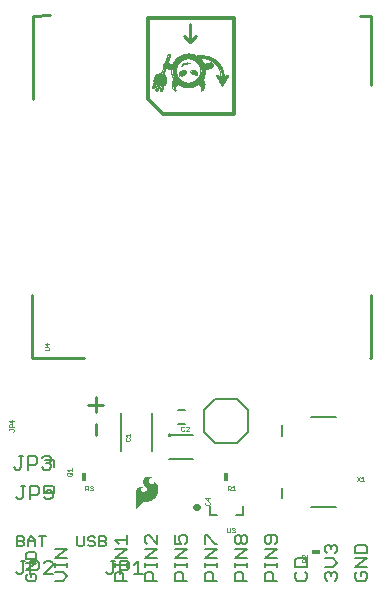
<source format=gbr>
G04 EAGLE Gerber RS-274X export*
G75*
%MOMM*%
%FSLAX34Y34*%
%LPD*%
%INSilkscreen Top*%
%IPPOS*%
%AMOC8*
5,1,8,0,0,1.08239X$1,22.5*%
G01*
%ADD10C,0.152400*%
%ADD11C,0.203200*%
%ADD12C,0.254000*%
%ADD13R,0.180594X0.029969*%
%ADD14R,0.301244X0.030225*%
%ADD15R,0.030225X0.030225*%
%ADD16R,0.090425X0.030225*%
%ADD17R,0.090169X0.030225*%
%ADD18R,0.060200X0.030225*%
%ADD19R,0.632463X0.029969*%
%ADD20R,0.030225X0.029969*%
%ADD21R,0.060194X0.029969*%
%ADD22R,0.029969X0.029969*%
%ADD23R,0.060200X0.029969*%
%ADD24R,0.873506X0.030225*%
%ADD25R,0.060194X0.030225*%
%ADD26R,0.029969X0.030225*%
%ADD27R,1.054100X0.030225*%
%ADD28R,0.150619X0.030225*%
%ADD29R,1.174750X0.029969*%
%ADD30R,0.180844X0.029969*%
%ADD31R,0.722881X0.029969*%
%ADD32R,2.048000X0.030225*%
%ADD33R,0.180844X0.030225*%
%ADD34R,0.090419X0.030225*%
%ADD35R,2.289044X0.029969*%
%ADD36R,0.210819X0.029969*%
%ADD37R,2.439669X0.030225*%
%ADD38R,0.210819X0.030225*%
%ADD39R,2.590288X0.030225*%
%ADD40R,2.710688X0.029969*%
%ADD41R,0.029975X0.029969*%
%ADD42R,2.831081X0.030225*%
%ADD43R,2.921506X0.029969*%
%ADD44R,0.180850X0.029969*%
%ADD45R,3.011931X0.030225*%
%ADD46R,0.632456X0.029969*%
%ADD47R,0.843281X0.029969*%
%ADD48R,0.843275X0.029969*%
%ADD49R,0.120650X0.029969*%
%ADD50R,0.271019X0.029969*%
%ADD51R,0.331213X0.029969*%
%ADD52R,0.572263X0.030225*%
%ADD53R,0.722881X0.030225*%
%ADD54R,0.180594X0.030225*%
%ADD55R,0.542031X0.030225*%
%ADD56R,0.662681X0.030225*%
%ADD57R,0.662431X0.030225*%
%ADD58R,0.060450X0.030225*%
%ADD59R,0.482088X0.029969*%
%ADD60R,0.451606X0.030225*%
%ADD61R,0.602488X0.030225*%
%ADD62R,0.602231X0.030225*%
%ADD63R,0.451613X0.029969*%
%ADD64R,0.572263X0.029969*%
%ADD65R,0.421637X0.030225*%
%ADD66R,0.542038X0.030225*%
%ADD67R,0.391663X0.029969*%
%ADD68R,0.542288X0.029969*%
%ADD69R,0.512062X0.029969*%
%ADD70R,0.361444X0.030225*%
%ADD71R,0.511806X0.030225*%
%ADD72R,0.512062X0.030225*%
%ADD73R,0.481838X0.030225*%
%ADD74R,0.361444X0.029969*%
%ADD75R,0.481838X0.029969*%
%ADD76R,0.331469X0.030225*%
%ADD77R,0.482094X0.030225*%
%ADD78R,0.120394X0.030225*%
%ADD79R,0.150619X0.029969*%
%ADD80R,0.451863X0.029969*%
%ADD81R,0.331219X0.030225*%
%ADD82R,0.271012X0.030225*%
%ADD83R,0.391669X0.030225*%
%ADD84R,0.451863X0.030225*%
%ADD85R,0.300988X0.030225*%
%ADD86R,0.331469X0.029975*%
%ADD87R,0.391412X0.029975*%
%ADD88R,0.451613X0.029975*%
%ADD89R,0.271019X0.029975*%
%ADD90R,0.451863X0.029975*%
%ADD91R,0.391669X0.029975*%
%ADD92R,0.030225X0.029975*%
%ADD93R,0.029969X0.029975*%
%ADD94R,0.060450X0.029975*%
%ADD95R,0.210819X0.029975*%
%ADD96R,0.060200X0.029975*%
%ADD97R,0.029975X0.029975*%
%ADD98R,0.451613X0.030225*%
%ADD99R,0.511813X0.030225*%
%ADD100R,0.632456X0.030225*%
%ADD101R,0.029975X0.030225*%
%ADD102R,0.301244X0.029969*%
%ADD103R,1.174494X0.029969*%
%ADD104R,0.120394X0.029969*%
%ADD105R,1.144525X0.030225*%
%ADD106R,1.204719X0.030225*%
%ADD107R,0.271012X0.029969*%
%ADD108R,1.144525X0.029969*%
%ADD109R,1.204719X0.029969*%
%ADD110R,1.114294X0.030225*%
%ADD111R,1.174494X0.030225*%
%ADD112R,1.144269X0.030225*%
%ADD113R,1.084325X0.029969*%
%ADD114R,1.114300X0.029969*%
%ADD115R,0.271019X0.030225*%
%ADD116R,1.024125X0.030225*%
%ADD117R,1.084325X0.030225*%
%ADD118R,0.993900X0.029969*%
%ADD119R,0.271269X0.030225*%
%ADD120R,0.963925X0.030225*%
%ADD121R,1.084069X0.030225*%
%ADD122R,0.241044X0.029969*%
%ADD123R,1.084069X0.029969*%
%ADD124R,0.752856X0.030225*%
%ADD125R,0.813050X0.030225*%
%ADD126R,0.240788X0.030225*%
%ADD127R,0.662687X0.030225*%
%ADD128R,0.241044X0.030225*%
%ADD129R,0.421637X0.029969*%
%ADD130R,0.090425X0.029969*%
%ADD131R,0.240794X0.030225*%
%ADD132R,0.361187X0.030225*%
%ADD133R,0.391663X0.030225*%
%ADD134R,0.240794X0.029969*%
%ADD135R,0.391412X0.029969*%
%ADD136R,0.090169X0.029969*%
%ADD137R,0.060450X0.029969*%
%ADD138R,0.391412X0.030225*%
%ADD139R,0.361187X0.029969*%
%ADD140R,0.180850X0.030225*%
%ADD141R,0.240788X0.029969*%
%ADD142R,0.542038X0.029969*%
%ADD143R,0.542288X0.030225*%
%ADD144R,0.482088X0.030225*%
%ADD145R,0.391669X0.029969*%
%ADD146R,0.572256X0.029969*%
%ADD147R,0.331213X0.030225*%
%ADD148R,0.783081X0.029969*%
%ADD149R,0.843275X0.030225*%
%ADD150R,0.211075X0.030225*%
%ADD151R,0.903475X0.029969*%
%ADD152R,0.903475X0.030225*%
%ADD153R,0.933700X0.029969*%
%ADD154R,0.813306X0.030225*%
%ADD155R,0.963931X0.030225*%
%ADD156R,0.783081X0.030225*%
%ADD157R,0.993900X0.030225*%
%ADD158R,0.752856X0.029969*%
%ADD159R,1.023875X0.029969*%
%ADD160R,1.023875X0.030225*%
%ADD161R,0.662687X0.029969*%
%ADD162R,0.602488X0.029969*%
%ADD163R,0.542031X0.029969*%
%ADD164R,1.054100X0.029969*%
%ADD165R,0.572256X0.030225*%
%ADD166R,0.632713X0.030225*%
%ADD167R,0.692656X0.029969*%
%ADD168R,0.722625X0.029969*%
%ADD169R,0.903731X0.030225*%
%ADD170R,1.114550X0.030225*%
%ADD171R,1.264919X0.030225*%
%ADD172R,1.295144X0.030225*%
%ADD173R,0.271269X0.029969*%
%ADD174R,0.602231X0.029969*%
%ADD175R,2.740913X0.030225*%
%ADD176R,2.770888X0.029969*%
%ADD177R,0.361438X0.029969*%
%ADD178R,1.656588X0.030225*%
%ADD179R,0.451869X0.030225*%
%ADD180R,1.596388X0.030225*%
%ADD181R,1.475994X0.029969*%
%ADD182R,1.415538X0.030225*%
%ADD183R,0.361438X0.030225*%
%ADD184R,1.295144X0.029969*%
%ADD185R,0.331469X0.029969*%
%ADD186R,0.211069X0.030225*%
%ADD187R,0.300988X0.029969*%
%ADD188R,0.090169X0.029975*%
%ADD189R,0.090425X0.029975*%
%ADD190R,0.180594X0.029975*%
%ADD191C,0.304800*%
%ADD192R,0.457200X0.762000*%
%ADD193C,0.025400*%
%ADD194C,0.558800*%
%ADD195C,0.127000*%
%ADD196R,0.762000X0.457200*%

G36*
X109230Y86261D02*
X109230Y86261D01*
X109234Y86259D01*
X109304Y86295D01*
X109314Y86300D01*
X109315Y86301D01*
X114187Y91783D01*
X115041Y92565D01*
X116031Y93154D01*
X116382Y93281D01*
X116750Y93346D01*
X119025Y93346D01*
X119030Y93348D01*
X119036Y93346D01*
X120400Y93470D01*
X120410Y93476D01*
X120422Y93474D01*
X121741Y93842D01*
X121749Y93850D01*
X121762Y93851D01*
X122992Y94451D01*
X122999Y94458D01*
X123010Y94461D01*
X124167Y95278D01*
X124172Y95286D01*
X124181Y95289D01*
X125212Y96261D01*
X125215Y96269D01*
X125221Y96271D01*
X125222Y96273D01*
X125224Y96274D01*
X126109Y97381D01*
X126111Y97391D01*
X126120Y97398D01*
X127067Y99079D01*
X127068Y99090D01*
X127076Y99100D01*
X127704Y100924D01*
X127703Y100935D01*
X127710Y100946D01*
X127998Y102853D01*
X127995Y102864D01*
X128000Y102876D01*
X127998Y102928D01*
X127990Y103180D01*
X127986Y103306D01*
X127986Y103307D01*
X127978Y103559D01*
X127970Y103812D01*
X127966Y103938D01*
X127958Y104190D01*
X127947Y104569D01*
X127939Y104804D01*
X127935Y104813D01*
X127937Y104825D01*
X127730Y105864D01*
X127725Y105872D01*
X127725Y105883D01*
X127367Y106880D01*
X127361Y106887D01*
X127360Y106898D01*
X126858Y107832D01*
X126849Y107839D01*
X126846Y107851D01*
X125939Y108988D01*
X125928Y108994D01*
X125921Y109007D01*
X124795Y109928D01*
X124752Y109940D01*
X124711Y109956D01*
X124706Y109954D01*
X124700Y109955D01*
X124662Y109934D01*
X124622Y109915D01*
X124619Y109909D01*
X124615Y109907D01*
X124607Y109878D01*
X124589Y109830D01*
X124589Y108950D01*
X124573Y108830D01*
X124529Y108727D01*
X124255Y108387D01*
X123894Y108139D01*
X123720Y108074D01*
X123182Y108016D01*
X122652Y108114D01*
X122164Y108363D01*
X121262Y109014D01*
X120850Y109368D01*
X120499Y109778D01*
X120216Y110236D01*
X120010Y110730D01*
X119951Y111030D01*
X119963Y111333D01*
X120120Y111852D01*
X120406Y112312D01*
X120801Y112682D01*
X121282Y112937D01*
X121772Y113076D01*
X122283Y113133D01*
X122886Y113133D01*
X122887Y113133D01*
X122909Y113142D01*
X122977Y113171D01*
X123012Y113263D01*
X123008Y113272D01*
X122974Y113348D01*
X122972Y113351D01*
X122971Y113352D01*
X122970Y113353D01*
X122949Y113373D01*
X122942Y113376D01*
X122938Y113384D01*
X122503Y113722D01*
X122488Y113726D01*
X122476Y113738D01*
X121972Y113959D01*
X121971Y113959D01*
X121615Y114111D01*
X121387Y114212D01*
X121377Y114213D01*
X121367Y114219D01*
X120489Y114439D01*
X120480Y114438D01*
X120470Y114442D01*
X119570Y114528D01*
X119560Y114524D01*
X119548Y114528D01*
X118680Y114462D01*
X118669Y114456D01*
X118656Y114457D01*
X117816Y114226D01*
X117806Y114218D01*
X117793Y114217D01*
X117013Y113829D01*
X117006Y113821D01*
X116995Y113818D01*
X116218Y113258D01*
X116214Y113251D01*
X116205Y113247D01*
X115509Y112589D01*
X115504Y112578D01*
X115493Y112570D01*
X115062Y111967D01*
X115059Y111952D01*
X115047Y111939D01*
X114780Y111247D01*
X114780Y111231D01*
X114772Y111216D01*
X114685Y110479D01*
X114690Y110464D01*
X114686Y110447D01*
X114785Y109712D01*
X114793Y109699D01*
X114793Y109682D01*
X115073Y108994D01*
X115082Y108985D01*
X115085Y108971D01*
X116272Y107213D01*
X116280Y107208D01*
X116284Y107197D01*
X117737Y105656D01*
X118107Y105221D01*
X118347Y104718D01*
X118449Y104170D01*
X118406Y103614D01*
X118220Y103089D01*
X117905Y102629D01*
X117480Y102264D01*
X116937Y101971D01*
X116351Y101773D01*
X115741Y101676D01*
X115030Y101711D01*
X114352Y101918D01*
X113746Y102283D01*
X113433Y102611D01*
X113227Y103015D01*
X113134Y103431D01*
X113134Y103859D01*
X113227Y104274D01*
X113299Y104412D01*
X113417Y104526D01*
X114241Y105125D01*
X114374Y105196D01*
X114512Y105224D01*
X114670Y105208D01*
X114713Y105222D01*
X114758Y105233D01*
X114760Y105237D01*
X114764Y105238D01*
X114784Y105279D01*
X114807Y105318D01*
X114806Y105322D01*
X114808Y105326D01*
X114793Y105369D01*
X114780Y105413D01*
X114777Y105415D01*
X114776Y105419D01*
X114738Y105438D01*
X114702Y105459D01*
X114219Y105535D01*
X114214Y105534D01*
X114209Y105536D01*
X113269Y105609D01*
X113260Y105606D01*
X113249Y105609D01*
X112309Y105536D01*
X112299Y105531D01*
X112287Y105532D01*
X111588Y105348D01*
X111578Y105340D01*
X111564Y105339D01*
X110916Y105018D01*
X110908Y105009D01*
X110894Y105005D01*
X110324Y104560D01*
X110318Y104549D01*
X110306Y104543D01*
X109836Y103993D01*
X109832Y103981D01*
X109821Y103972D01*
X109420Y103240D01*
X109419Y103227D01*
X109410Y103216D01*
X109170Y102417D01*
X109171Y102404D01*
X109165Y102391D01*
X109095Y101560D01*
X109097Y101554D01*
X109095Y101549D01*
X109095Y86385D01*
X109097Y86380D01*
X109095Y86376D01*
X109116Y86336D01*
X109133Y86294D01*
X109138Y86293D01*
X109140Y86288D01*
X109183Y86275D01*
X109225Y86259D01*
X109230Y86261D01*
G37*
D10*
X17435Y31924D02*
X15995Y30484D01*
X15995Y27603D01*
X17435Y26162D01*
X23197Y26162D01*
X24638Y27603D01*
X24638Y30484D01*
X23197Y31924D01*
X20316Y31924D01*
X20316Y29043D01*
X15995Y35517D02*
X24638Y35517D01*
X24638Y41279D02*
X15995Y35517D01*
X15995Y41279D02*
X24638Y41279D01*
X24638Y44872D02*
X15995Y44872D01*
X24638Y44872D02*
X24638Y49194D01*
X23197Y50635D01*
X17435Y50635D01*
X15995Y49194D01*
X15995Y44872D01*
D11*
X40377Y26416D02*
X47495Y26416D01*
X51054Y29975D01*
X47495Y33534D01*
X40377Y33534D01*
X51054Y38110D02*
X51054Y41669D01*
X51054Y39889D02*
X40377Y39889D01*
X40377Y38110D02*
X40377Y41669D01*
X40377Y45906D02*
X51054Y45906D01*
X51054Y53024D02*
X40377Y45906D01*
X40377Y53024D02*
X51054Y53024D01*
X91177Y26416D02*
X101854Y26416D01*
X91177Y26416D02*
X91177Y31755D01*
X92956Y33534D01*
X96515Y33534D01*
X98295Y31755D01*
X98295Y26416D01*
X101854Y38110D02*
X101854Y41669D01*
X101854Y39889D02*
X91177Y39889D01*
X91177Y38110D02*
X91177Y41669D01*
X91177Y45906D02*
X101854Y45906D01*
X101854Y53024D02*
X91177Y45906D01*
X91177Y53024D02*
X101854Y53024D01*
X94736Y57600D02*
X91177Y61159D01*
X101854Y61159D01*
X101854Y57600D02*
X101854Y64718D01*
X116577Y26416D02*
X127254Y26416D01*
X116577Y26416D02*
X116577Y31755D01*
X118356Y33534D01*
X121915Y33534D01*
X123695Y31755D01*
X123695Y26416D01*
X127254Y38110D02*
X127254Y41669D01*
X127254Y39889D02*
X116577Y39889D01*
X116577Y38110D02*
X116577Y41669D01*
X116577Y45906D02*
X127254Y45906D01*
X127254Y53024D02*
X116577Y45906D01*
X116577Y53024D02*
X127254Y53024D01*
X127254Y57600D02*
X127254Y64718D01*
X127254Y57600D02*
X120136Y64718D01*
X118356Y64718D01*
X116577Y62938D01*
X116577Y59379D01*
X118356Y57600D01*
X141977Y26416D02*
X152654Y26416D01*
X141977Y26416D02*
X141977Y31755D01*
X143756Y33534D01*
X147315Y33534D01*
X149095Y31755D01*
X149095Y26416D01*
X152654Y38110D02*
X152654Y41669D01*
X152654Y39889D02*
X141977Y39889D01*
X141977Y38110D02*
X141977Y41669D01*
X141977Y45906D02*
X152654Y45906D01*
X152654Y53024D02*
X141977Y45906D01*
X141977Y53024D02*
X152654Y53024D01*
X141977Y57600D02*
X141977Y64718D01*
X141977Y57600D02*
X147315Y57600D01*
X145536Y61159D01*
X145536Y62938D01*
X147315Y64718D01*
X150875Y64718D01*
X152654Y62938D01*
X152654Y59379D01*
X150875Y57600D01*
X167377Y26416D02*
X178054Y26416D01*
X167377Y26416D02*
X167377Y31755D01*
X169156Y33534D01*
X172715Y33534D01*
X174495Y31755D01*
X174495Y26416D01*
X178054Y38110D02*
X178054Y41669D01*
X178054Y39889D02*
X167377Y39889D01*
X167377Y38110D02*
X167377Y41669D01*
X167377Y45906D02*
X178054Y45906D01*
X178054Y53024D02*
X167377Y45906D01*
X167377Y53024D02*
X178054Y53024D01*
X167377Y57600D02*
X167377Y64718D01*
X169156Y64718D01*
X176275Y57600D01*
X178054Y57600D01*
X192777Y26416D02*
X203454Y26416D01*
X192777Y26416D02*
X192777Y31755D01*
X194556Y33534D01*
X198115Y33534D01*
X199895Y31755D01*
X199895Y26416D01*
X203454Y38110D02*
X203454Y41669D01*
X203454Y39889D02*
X192777Y39889D01*
X192777Y38110D02*
X192777Y41669D01*
X192777Y45906D02*
X203454Y45906D01*
X203454Y53024D02*
X192777Y45906D01*
X192777Y53024D02*
X203454Y53024D01*
X194556Y57600D02*
X192777Y59379D01*
X192777Y62938D01*
X194556Y64718D01*
X196336Y64718D01*
X198115Y62938D01*
X199895Y64718D01*
X201675Y64718D01*
X203454Y62938D01*
X203454Y59379D01*
X201675Y57600D01*
X199895Y57600D01*
X198115Y59379D01*
X196336Y57600D01*
X194556Y57600D01*
X198115Y59379D02*
X198115Y62938D01*
X218177Y26416D02*
X228854Y26416D01*
X218177Y26416D02*
X218177Y31755D01*
X219956Y33534D01*
X223515Y33534D01*
X225295Y31755D01*
X225295Y26416D01*
X228854Y38110D02*
X228854Y41669D01*
X228854Y39889D02*
X218177Y39889D01*
X218177Y38110D02*
X218177Y41669D01*
X218177Y45906D02*
X228854Y45906D01*
X228854Y53024D02*
X218177Y45906D01*
X218177Y53024D02*
X228854Y53024D01*
X227075Y57600D02*
X228854Y59379D01*
X228854Y62938D01*
X227075Y64718D01*
X219956Y64718D01*
X218177Y62938D01*
X218177Y59379D01*
X219956Y57600D01*
X221736Y57600D01*
X223515Y59379D01*
X223515Y64718D01*
X245356Y33534D02*
X243577Y31755D01*
X243577Y28196D01*
X245356Y26416D01*
X252475Y26416D01*
X254254Y28196D01*
X254254Y31755D01*
X252475Y33534D01*
X254254Y38110D02*
X243577Y38110D01*
X254254Y38110D02*
X254254Y43449D01*
X252475Y45228D01*
X245356Y45228D01*
X243577Y43449D01*
X243577Y38110D01*
X268977Y28196D02*
X270756Y26416D01*
X268977Y28196D02*
X268977Y31755D01*
X270756Y33534D01*
X272536Y33534D01*
X274315Y31755D01*
X274315Y29975D01*
X274315Y31755D02*
X276095Y33534D01*
X277875Y33534D01*
X279654Y31755D01*
X279654Y28196D01*
X277875Y26416D01*
X276095Y38110D02*
X268977Y38110D01*
X276095Y38110D02*
X279654Y41669D01*
X276095Y45228D01*
X268977Y45228D01*
X270756Y49804D02*
X268977Y51583D01*
X268977Y55143D01*
X270756Y56922D01*
X272536Y56922D01*
X274315Y55143D01*
X274315Y53363D01*
X274315Y55143D02*
X276095Y56922D01*
X277875Y56922D01*
X279654Y55143D01*
X279654Y51583D01*
X277875Y49804D01*
X294377Y31755D02*
X296156Y33534D01*
X294377Y31755D02*
X294377Y28196D01*
X296156Y26416D01*
X303275Y26416D01*
X305054Y28196D01*
X305054Y31755D01*
X303275Y33534D01*
X299715Y33534D01*
X299715Y29975D01*
X294377Y38110D02*
X305054Y38110D01*
X305054Y45228D02*
X294377Y38110D01*
X294377Y45228D02*
X305054Y45228D01*
X305054Y49804D02*
X294377Y49804D01*
X305054Y49804D02*
X305054Y55143D01*
X303275Y56922D01*
X296156Y56922D01*
X294377Y55143D01*
X294377Y49804D01*
D10*
X59119Y56813D02*
X59119Y64015D01*
X59119Y56813D02*
X60560Y55372D01*
X63441Y55372D01*
X64881Y56813D01*
X64881Y64015D01*
X72796Y64015D02*
X74237Y62575D01*
X72796Y64015D02*
X69915Y64015D01*
X68474Y62575D01*
X68474Y61134D01*
X69915Y59694D01*
X72796Y59694D01*
X74237Y58253D01*
X74237Y56813D01*
X72796Y55372D01*
X69915Y55372D01*
X68474Y56813D01*
X77830Y55372D02*
X77830Y64015D01*
X82151Y64015D01*
X83592Y62575D01*
X83592Y61134D01*
X82151Y59694D01*
X83592Y58253D01*
X83592Y56813D01*
X82151Y55372D01*
X77830Y55372D01*
X77830Y59694D02*
X82151Y59694D01*
X8319Y55372D02*
X8319Y64015D01*
X12641Y64015D01*
X14081Y62575D01*
X14081Y61134D01*
X12641Y59694D01*
X14081Y58253D01*
X14081Y56813D01*
X12641Y55372D01*
X8319Y55372D01*
X8319Y59694D02*
X12641Y59694D01*
X17674Y61134D02*
X17674Y55372D01*
X17674Y61134D02*
X20556Y64015D01*
X23437Y61134D01*
X23437Y55372D01*
X23437Y59694D02*
X17674Y59694D01*
X29911Y55372D02*
X29911Y64015D01*
X27030Y64015D02*
X32792Y64015D01*
D12*
X74930Y168910D02*
X74930Y181610D01*
X81280Y175260D02*
X68580Y175260D01*
X74930Y158750D02*
X74930Y149860D01*
D13*
X153920Y471924D03*
D14*
X153919Y471623D03*
D15*
X155576Y471623D03*
D16*
X156180Y471623D03*
D17*
X151962Y471623D03*
D18*
X156933Y471623D03*
X151210Y471623D03*
D19*
X154071Y471322D03*
D20*
X150758Y471322D03*
D21*
X157535Y471322D03*
D20*
X150456Y471322D03*
D22*
X157986Y471322D03*
D23*
X150004Y471322D03*
X137657Y471322D03*
D24*
X154070Y471021D03*
D17*
X137806Y471021D03*
D15*
X158589Y471021D03*
D25*
X149402Y471021D03*
D15*
X137204Y471021D03*
D26*
X158890Y471021D03*
D15*
X138408Y471021D03*
D27*
X154071Y470719D03*
D28*
X137806Y470719D03*
D26*
X159492Y470719D03*
D15*
X148650Y470719D03*
X136902Y470719D03*
X159793Y470719D03*
X148347Y470719D03*
D26*
X138709Y470719D03*
D29*
X154070Y470418D03*
D30*
X137655Y470418D03*
D22*
X160094Y470418D03*
X148046Y470418D03*
X138709Y470418D03*
D31*
X163858Y470418D03*
D20*
X147745Y470418D03*
D22*
X136601Y470418D03*
D32*
X157834Y470117D03*
D33*
X137655Y470117D03*
D34*
X168527Y470117D03*
D26*
X147445Y470117D03*
X138709Y470117D03*
X136601Y470117D03*
D18*
X169280Y470117D03*
D15*
X147144Y470117D03*
D35*
X158438Y469816D03*
D36*
X137505Y469816D03*
D21*
X170184Y469816D03*
D20*
X146841Y469816D03*
D22*
X138709Y469816D03*
D20*
X170636Y469816D03*
D22*
X146540Y469816D03*
D37*
X158589Y469515D03*
D38*
X137505Y469515D03*
D26*
X170937Y469515D03*
D15*
X171238Y469515D03*
X146239Y469515D03*
D26*
X171539Y469515D03*
X138709Y469515D03*
D15*
X136300Y469515D03*
D39*
X159040Y469213D03*
D38*
X137505Y469213D03*
D15*
X172142Y469213D03*
D26*
X145938Y469213D03*
D15*
X136300Y469213D03*
D26*
X172443Y469213D03*
D15*
X145637Y469213D03*
D40*
X159040Y468912D03*
D36*
X137203Y468912D03*
D21*
X172894Y468912D03*
D20*
X138408Y468912D03*
D41*
X145336Y468912D03*
D22*
X135999Y468912D03*
D42*
X159342Y468611D03*
D38*
X137203Y468611D03*
D26*
X173647Y468611D03*
D15*
X145035Y468611D03*
D26*
X135999Y468611D03*
D15*
X138408Y468611D03*
D43*
X159492Y468310D03*
D44*
X137053Y468310D03*
D22*
X138107Y468310D03*
D20*
X174250Y468310D03*
X144733Y468310D03*
D22*
X135999Y468310D03*
D45*
X159642Y468009D03*
D38*
X136904Y468009D03*
D15*
X174852Y468009D03*
D26*
X144432Y468009D03*
X138107Y468009D03*
D15*
X135698Y468009D03*
D46*
X171841Y467708D03*
D47*
X159642Y467708D03*
D48*
X148499Y467708D03*
D36*
X136904Y467708D03*
D22*
X175153Y467708D03*
D49*
X168076Y467708D03*
D20*
X164009Y467708D03*
D50*
X154070Y467708D03*
D20*
X144131Y467708D03*
X135698Y467708D03*
X175454Y467708D03*
D51*
X165816Y467708D03*
D22*
X138107Y467708D03*
D52*
X172744Y467407D03*
D53*
X160546Y467407D03*
X147594Y467407D03*
D54*
X136752Y467407D03*
D15*
X135698Y467407D03*
D26*
X175755Y467407D03*
D25*
X169582Y467407D03*
D15*
X164311Y467407D03*
D25*
X156630Y467407D03*
D18*
X151510Y467407D03*
D26*
X143830Y467407D03*
D15*
X137806Y467407D03*
X169130Y467407D03*
D18*
X156028Y467407D03*
D25*
X152112Y467407D03*
D55*
X173497Y467105D03*
D56*
X161149Y467105D03*
D57*
X146992Y467105D03*
D38*
X136601Y467105D03*
D15*
X170636Y467105D03*
D26*
X164612Y467105D03*
D25*
X157535Y467105D03*
D58*
X150607Y467105D03*
D15*
X143529Y467105D03*
X137806Y467105D03*
X176359Y467105D03*
D26*
X170335Y467105D03*
D15*
X157083Y467105D03*
D26*
X151059Y467105D03*
X135397Y467105D03*
D59*
X174099Y466804D03*
D46*
X161600Y466804D03*
X146540Y466804D03*
D36*
X136601Y466804D03*
D22*
X176660Y466804D03*
X171539Y466804D03*
D20*
X164913Y466804D03*
X158286Y466804D03*
X149854Y466804D03*
D22*
X143228Y466804D03*
X135397Y466804D03*
D20*
X171238Y466804D03*
D22*
X157986Y466804D03*
X150155Y466804D03*
D20*
X137806Y466804D03*
D60*
X174551Y466503D03*
D61*
X162052Y466503D03*
D62*
X146089Y466503D03*
D38*
X136302Y466503D03*
D15*
X176961Y466503D03*
X172142Y466503D03*
D26*
X158890Y466503D03*
D15*
X149252Y466503D03*
X142927Y466503D03*
D26*
X137505Y466503D03*
D15*
X171840Y466503D03*
D26*
X165214Y466503D03*
D15*
X158589Y466503D03*
D26*
X149553Y466503D03*
D63*
X175153Y466202D03*
D64*
X162503Y466202D03*
X145637Y466202D03*
D36*
X136302Y466202D03*
D20*
X172744Y466202D03*
D22*
X159492Y466202D03*
D20*
X148650Y466202D03*
X177563Y466202D03*
X165515Y466202D03*
X159191Y466202D03*
D22*
X148951Y466202D03*
D20*
X142625Y466202D03*
D22*
X137505Y466202D03*
D20*
X135096Y466202D03*
D65*
X175605Y465901D03*
D66*
X162654Y465901D03*
D52*
X145335Y465901D03*
D38*
X136302Y465901D03*
D15*
X173346Y465901D03*
X165515Y465901D03*
X159793Y465901D03*
X148347Y465901D03*
X135096Y465901D03*
X177865Y465901D03*
D26*
X142324Y465901D03*
D67*
X176058Y465600D03*
D68*
X162955Y465600D03*
D69*
X145034Y465600D03*
D36*
X135999Y465600D03*
D41*
X178166Y465600D03*
D20*
X173948Y465600D03*
D22*
X165816Y465600D03*
D20*
X147745Y465600D03*
D22*
X142324Y465600D03*
D20*
X137204Y465600D03*
D22*
X160094Y465600D03*
X148046Y465600D03*
D70*
X176508Y465299D03*
D71*
X163407Y465299D03*
D72*
X144734Y465299D03*
D38*
X135999Y465299D03*
D15*
X178467Y465299D03*
D26*
X174551Y465299D03*
D15*
X160697Y465299D03*
D26*
X147445Y465299D03*
D15*
X142023Y465299D03*
X134794Y465299D03*
X174250Y465299D03*
X166117Y465299D03*
X160395Y465299D03*
X137204Y465299D03*
D70*
X176811Y464997D03*
D73*
X163557Y464997D03*
D72*
X144432Y464997D03*
D38*
X135999Y464997D03*
D26*
X178768Y464997D03*
D15*
X174852Y464997D03*
X166117Y464997D03*
D26*
X160998Y464997D03*
D15*
X147144Y464997D03*
X134794Y464997D03*
D26*
X141722Y464997D03*
D74*
X177110Y464696D03*
D75*
X163859Y464696D03*
X144281Y464696D03*
D36*
X135697Y464696D03*
D20*
X179069Y464696D03*
X166420Y464696D03*
X161299Y464696D03*
X146841Y464696D03*
D22*
X141722Y464696D03*
D20*
X136902Y464696D03*
D22*
X175153Y464696D03*
X134493Y464696D03*
D76*
X177563Y464395D03*
D77*
X164160Y464395D03*
D73*
X143981Y464395D03*
D38*
X135697Y464395D03*
D26*
X179370Y464395D03*
X175755Y464395D03*
X161600Y464395D03*
X146540Y464395D03*
X134493Y464395D03*
D78*
X172593Y464395D03*
D15*
X153468Y464395D03*
X141421Y464395D03*
X136902Y464395D03*
D51*
X177864Y464094D03*
D79*
X172744Y464094D03*
D80*
X164311Y464094D03*
D79*
X153166Y464094D03*
D63*
X143830Y464094D03*
D36*
X135397Y464094D03*
D20*
X161901Y464094D03*
X154070Y464094D03*
X176056Y464094D03*
D22*
X173647Y464094D03*
D21*
X171690Y464094D03*
D22*
X166721Y464094D03*
D23*
X154522Y464094D03*
D21*
X152112Y464094D03*
D20*
X146239Y464094D03*
X141421Y464094D03*
D22*
X136601Y464094D03*
D21*
X134042Y464094D03*
D20*
X179671Y464094D03*
X171238Y464094D03*
X154974Y464094D03*
D23*
X151510Y464094D03*
D81*
X178166Y463793D03*
D82*
X172442Y463793D03*
D73*
X164461Y463793D03*
D83*
X153167Y463793D03*
D84*
X143529Y463793D03*
D85*
X135246Y463793D03*
D15*
X176359Y463793D03*
X173948Y463793D03*
D18*
X170786Y463793D03*
D26*
X155275Y463793D03*
X151059Y463793D03*
X145938Y463793D03*
D15*
X136902Y463793D03*
X133590Y463793D03*
X179973Y463793D03*
D26*
X170335Y463793D03*
D15*
X167022Y463793D03*
X161901Y463793D03*
X155576Y463793D03*
X150758Y463793D03*
D26*
X141120Y463793D03*
D15*
X137204Y463793D03*
D86*
X178467Y463492D03*
D87*
X172142Y463492D03*
D88*
X164612Y463492D03*
D89*
X151962Y463492D03*
D90*
X143529Y463492D03*
D91*
X135397Y463492D03*
D92*
X153468Y463492D03*
D93*
X176660Y463492D03*
D92*
X174250Y463492D03*
D94*
X169883Y463492D03*
D92*
X167022Y463492D03*
D95*
X154673Y463492D03*
D92*
X150456Y463492D03*
D93*
X141120Y463492D03*
D96*
X137657Y463492D03*
D93*
X133289Y463492D03*
X180274Y463492D03*
X169431Y463492D03*
D92*
X162203Y463492D03*
D97*
X155877Y463492D03*
D93*
X150155Y463492D03*
X145938Y463492D03*
X138107Y463492D03*
D14*
X178618Y463191D03*
D72*
X171841Y463191D03*
D84*
X164913Y463191D03*
D54*
X150908Y463191D03*
D98*
X143228Y463191D03*
D99*
X135698Y463191D03*
D26*
X180274Y463191D03*
X174551Y463191D03*
D15*
X169130Y463191D03*
D26*
X162504Y463191D03*
D25*
X152112Y463191D03*
D15*
X149854Y463191D03*
X145637Y463191D03*
D25*
X138558Y463191D03*
D15*
X176961Y463191D03*
D26*
X168829Y463191D03*
D58*
X152715Y463191D03*
D26*
X149553Y463191D03*
D15*
X140819Y463191D03*
X139010Y463191D03*
X132988Y463191D03*
D14*
X178918Y462888D03*
D100*
X171539Y462888D03*
D84*
X164913Y462888D03*
D28*
X150156Y462888D03*
D65*
X143078Y462888D03*
D62*
X136150Y462888D03*
D15*
X180575Y462888D03*
D26*
X177262Y462888D03*
D15*
X168226Y462888D03*
D26*
X167323Y462888D03*
D18*
X151210Y462888D03*
D101*
X145336Y462888D03*
D15*
X140819Y462888D03*
X139313Y462888D03*
X132988Y462888D03*
D26*
X167925Y462888D03*
X151661Y462888D03*
D15*
X149252Y462888D03*
D26*
X139614Y462888D03*
D102*
X179220Y462587D03*
D103*
X168829Y462587D03*
D104*
X149703Y462587D03*
D80*
X142927Y462587D03*
D31*
X136451Y462587D03*
D20*
X177563Y462587D03*
X150456Y462587D03*
D22*
X140216Y462587D03*
X180876Y462587D03*
D20*
X174852Y462587D03*
X162805Y462587D03*
X150758Y462587D03*
D22*
X148951Y462587D03*
D41*
X145336Y462587D03*
D20*
X140517Y462587D03*
X132686Y462587D03*
D85*
X179521Y462286D03*
D105*
X168979Y462286D03*
D17*
X149252Y462286D03*
D106*
X138861Y462286D03*
D15*
X177865Y462286D03*
X174852Y462286D03*
D26*
X163106Y462286D03*
D15*
X149854Y462286D03*
X145035Y462286D03*
X148650Y462286D03*
X132686Y462286D03*
D107*
X179671Y461985D03*
D108*
X168979Y461985D03*
D22*
X148951Y461985D03*
D109*
X138861Y461985D03*
D20*
X181177Y461985D03*
D41*
X178166Y461985D03*
D20*
X174852Y461985D03*
X149252Y461985D03*
X148650Y461985D03*
D22*
X163106Y461985D03*
D20*
X145035Y461985D03*
X132686Y461985D03*
D14*
X179822Y461684D03*
D110*
X169130Y461684D03*
D111*
X138709Y461684D03*
D15*
X163407Y461684D03*
D58*
X148499Y461684D03*
D15*
X144733Y461684D03*
D26*
X181478Y461684D03*
D15*
X174852Y461684D03*
D26*
X148951Y461684D03*
D15*
X132686Y461684D03*
D85*
X180123Y461382D03*
D110*
X169130Y461382D03*
D112*
X138861Y461382D03*
D15*
X132988Y461382D03*
X178467Y461382D03*
X163407Y461382D03*
X148347Y461382D03*
X144733Y461382D03*
D50*
X180273Y461081D03*
D113*
X168980Y461081D03*
D114*
X138711Y461081D03*
D20*
X181779Y461081D03*
D22*
X178768Y461081D03*
X174551Y461081D03*
X144432Y461081D03*
D20*
X132988Y461081D03*
D115*
X180575Y460780D03*
D116*
X168979Y460780D03*
D117*
X138861Y460780D03*
D26*
X133289Y460780D03*
D15*
X179069Y460780D03*
X174250Y460780D03*
D26*
X163708Y460780D03*
X144432Y460780D03*
D15*
X182081Y460780D03*
D50*
X180575Y460479D03*
D118*
X168827Y460479D03*
D114*
X138711Y460479D03*
D20*
X182081Y460479D03*
X173948Y460479D03*
X179069Y460479D03*
X174250Y460479D03*
D22*
X163708Y460479D03*
X144432Y460479D03*
D20*
X132988Y460479D03*
D119*
X180876Y460178D03*
D120*
X168678Y460178D03*
D121*
X138560Y460178D03*
D26*
X179370Y460178D03*
X173647Y460178D03*
D15*
X144131Y460178D03*
X132988Y460178D03*
D26*
X182382Y460178D03*
D122*
X181027Y459877D03*
D47*
X168377Y459877D03*
D123*
X138560Y459877D03*
D22*
X182382Y459877D03*
D20*
X179671Y459877D03*
X172744Y459877D03*
X164009Y459877D03*
X144131Y459877D03*
X132988Y459877D03*
D22*
X173045Y459877D03*
D82*
X181177Y459576D03*
D124*
X167925Y459576D03*
D125*
X139915Y459576D03*
D38*
X133891Y459576D03*
D15*
X171840Y459576D03*
X164009Y459576D03*
X135698Y459576D03*
X135096Y459576D03*
X182683Y459576D03*
X179671Y459576D03*
X172142Y459576D03*
X144131Y459576D03*
D26*
X135397Y459576D03*
D15*
X132686Y459576D03*
D126*
X181328Y459274D03*
D127*
X167474Y459274D03*
D53*
X140366Y459274D03*
D38*
X133891Y459274D03*
D15*
X182683Y459274D03*
X179973Y459274D03*
D25*
X171088Y459274D03*
D26*
X136601Y459274D03*
D15*
X132686Y459274D03*
D26*
X171539Y459274D03*
D15*
X164009Y459274D03*
X144131Y459274D03*
X136300Y459274D03*
X135096Y459274D03*
D50*
X181479Y458973D03*
D64*
X167022Y458973D03*
D46*
X140818Y458973D03*
D36*
X133589Y458973D03*
D21*
X170184Y458973D03*
X137354Y458973D03*
D20*
X134794Y458973D03*
X179973Y458973D03*
X170636Y458973D03*
X164009Y458973D03*
X136902Y458973D03*
D128*
X181629Y458672D03*
D72*
X166721Y458672D03*
X141120Y458672D03*
D38*
X133589Y458672D03*
D26*
X180274Y458672D03*
X169431Y458672D03*
X143830Y458672D03*
D25*
X138259Y458672D03*
D15*
X134794Y458672D03*
D26*
X182984Y458672D03*
D15*
X169732Y458672D03*
X164009Y458672D03*
X137806Y458672D03*
D26*
X132385Y458672D03*
D122*
X181629Y458371D03*
D129*
X166268Y458371D03*
D67*
X141722Y458371D03*
D36*
X133589Y458371D03*
D22*
X182984Y458371D03*
D20*
X168528Y458371D03*
D22*
X143830Y458371D03*
D130*
X139311Y458371D03*
D22*
X132385Y458371D03*
X180274Y458371D03*
X168829Y458371D03*
X138709Y458371D03*
D131*
X181930Y458070D03*
D132*
X166268Y458070D03*
D133*
X141722Y458070D03*
D38*
X133289Y458070D03*
D15*
X180575Y458070D03*
X168226Y458070D03*
X164311Y458070D03*
D26*
X143830Y458070D03*
X134493Y458070D03*
D15*
X183285Y458070D03*
D26*
X139614Y458070D03*
D134*
X181930Y457769D03*
D135*
X166420Y457769D03*
D136*
X157685Y457769D03*
D49*
X150306Y457769D03*
D67*
X141722Y457769D03*
D36*
X133289Y457769D03*
D20*
X157083Y457769D03*
X183285Y457769D03*
X180575Y457769D03*
X164311Y457769D03*
D137*
X158438Y457769D03*
D22*
X156782Y457769D03*
X151059Y457769D03*
D21*
X149402Y457769D03*
D22*
X143830Y457769D03*
D20*
X132084Y457769D03*
D22*
X158890Y457769D03*
D20*
X156481Y457769D03*
X151360Y457769D03*
D22*
X148951Y457769D03*
X139614Y457769D03*
X134493Y457769D03*
D131*
X181930Y457468D03*
D138*
X166420Y457468D03*
D14*
X157836Y457468D03*
D115*
X150156Y457468D03*
D133*
X141722Y457468D03*
D38*
X133289Y457468D03*
D15*
X183285Y457468D03*
X164311Y457468D03*
D26*
X159492Y457468D03*
X151661Y457468D03*
D58*
X148499Y457468D03*
D26*
X143830Y457468D03*
D15*
X132084Y457468D03*
X180575Y457468D03*
X159793Y457468D03*
X156178Y457468D03*
D26*
X139614Y457468D03*
D128*
X182231Y457166D03*
D132*
X166268Y457166D03*
D133*
X157986Y457166D03*
D70*
X150004Y457166D03*
D133*
X141722Y457166D03*
D38*
X132987Y457166D03*
D15*
X168226Y457166D03*
D26*
X148046Y457166D03*
X180876Y457166D03*
D15*
X164311Y457166D03*
D26*
X160094Y457166D03*
X143830Y457166D03*
D15*
X134192Y457166D03*
D26*
X183586Y457166D03*
D15*
X151962Y457166D03*
X147745Y457166D03*
D26*
X139614Y457166D03*
X131783Y457166D03*
D122*
X182231Y456865D03*
D139*
X166268Y456865D03*
D129*
X158135Y456865D03*
X149703Y456865D03*
D67*
X141722Y456865D03*
D36*
X132987Y456865D03*
D22*
X183586Y456865D03*
X180876Y456865D03*
D20*
X168226Y456865D03*
X164311Y456865D03*
X160395Y456865D03*
X151962Y456865D03*
D22*
X147445Y456865D03*
X143830Y456865D03*
X131783Y456865D03*
D41*
X155877Y456865D03*
D22*
X139614Y456865D03*
D20*
X134192Y456865D03*
D128*
X182231Y456564D03*
D138*
X166117Y456564D03*
D84*
X158287Y456564D03*
D98*
X149553Y456564D03*
D133*
X141722Y456564D03*
D140*
X132837Y456564D03*
D26*
X183586Y456564D03*
D15*
X168226Y456564D03*
X160697Y456564D03*
D101*
X155877Y456564D03*
D15*
X151962Y456564D03*
X147144Y456564D03*
D26*
X143830Y456564D03*
X133891Y456564D03*
X131783Y456564D03*
X180876Y456564D03*
D141*
X182532Y456263D03*
D135*
X166117Y456263D03*
D59*
X158438Y456263D03*
D75*
X149402Y456263D03*
D67*
X141722Y456263D03*
D36*
X132687Y456263D03*
D20*
X181177Y456263D03*
X168226Y456263D03*
D22*
X160998Y456263D03*
D41*
X155877Y456263D03*
D20*
X151962Y456263D03*
X146841Y456263D03*
D22*
X143830Y456263D03*
X133891Y456263D03*
D20*
X164009Y456263D03*
X131482Y456263D03*
D126*
X182532Y455962D03*
D138*
X166117Y455962D03*
D72*
X158587Y455962D03*
X149250Y455962D03*
D138*
X142023Y455962D03*
D38*
X132687Y455962D03*
D15*
X181177Y455962D03*
X168226Y455962D03*
X161299Y455962D03*
D101*
X155877Y455962D03*
D15*
X151962Y455962D03*
D26*
X146540Y455962D03*
D15*
X139915Y455962D03*
X131482Y455962D03*
X183887Y455962D03*
X164009Y455962D03*
D26*
X133891Y455962D03*
D141*
X182532Y455661D03*
D135*
X166117Y455661D03*
D68*
X158739Y455661D03*
D142*
X149101Y455661D03*
D135*
X142023Y455661D03*
D36*
X132385Y455661D03*
D20*
X168226Y455661D03*
D22*
X161600Y455661D03*
D20*
X139915Y455661D03*
X133590Y455661D03*
X183887Y455661D03*
X181177Y455661D03*
X164009Y455661D03*
X151962Y455661D03*
X146239Y455661D03*
X144131Y455661D03*
D126*
X182532Y455360D03*
D138*
X166117Y455360D03*
D55*
X159040Y455360D03*
D72*
X148951Y455360D03*
D138*
X142023Y455360D03*
D38*
X132385Y455360D03*
D15*
X183887Y455360D03*
X164009Y455360D03*
X156178Y455360D03*
D26*
X151661Y455360D03*
D15*
X146239Y455360D03*
X139915Y455360D03*
X133590Y455360D03*
X168226Y455360D03*
X144131Y455360D03*
X131180Y455360D03*
D38*
X182682Y455058D03*
D138*
X166117Y455058D03*
D73*
X159341Y455058D03*
D143*
X148800Y455058D03*
D138*
X142023Y455058D03*
D38*
X132385Y455058D03*
D15*
X183887Y455058D03*
D26*
X181478Y455058D03*
D15*
X164009Y455058D03*
X161901Y455058D03*
D25*
X156630Y455058D03*
D15*
X144131Y455058D03*
X139915Y455058D03*
X131180Y455058D03*
D78*
X130127Y455058D03*
D15*
X168226Y455058D03*
D26*
X151661Y455058D03*
X145938Y455058D03*
D15*
X133590Y455058D03*
D26*
X130879Y455058D03*
D58*
X129223Y455058D03*
D122*
X182833Y454757D03*
D129*
X165966Y454757D03*
D135*
X159793Y454757D03*
D69*
X148648Y454757D03*
D135*
X142023Y454757D03*
D80*
X130880Y454757D03*
D22*
X181478Y454757D03*
D20*
X161901Y454757D03*
D21*
X157535Y454757D03*
D20*
X151360Y454757D03*
D22*
X145938Y454757D03*
D20*
X144131Y454757D03*
D22*
X133289Y454757D03*
D20*
X128469Y454757D03*
X168226Y454757D03*
D22*
X163708Y454757D03*
D20*
X157083Y454757D03*
X139915Y454757D03*
D22*
X128168Y454757D03*
D128*
X182833Y454456D03*
D83*
X165816Y454456D03*
D85*
X160245Y454456D03*
D144*
X148499Y454456D03*
D65*
X142174Y454456D03*
D72*
X130579Y454456D03*
D15*
X127867Y454456D03*
X161901Y454456D03*
D26*
X181478Y454456D03*
X167925Y454456D03*
D58*
X158438Y454456D03*
D26*
X151059Y454456D03*
X145938Y454456D03*
X163708Y454456D03*
X157986Y454456D03*
X144432Y454456D03*
X133289Y454456D03*
X127566Y454456D03*
D122*
X182833Y454155D03*
D145*
X165816Y454155D03*
D141*
X160546Y454155D03*
D80*
X148347Y454155D03*
D145*
X142324Y454155D03*
D146*
X130278Y454155D03*
D22*
X167925Y454155D03*
X163708Y454155D03*
D20*
X161901Y454155D03*
X159191Y454155D03*
X150758Y454155D03*
D22*
X145938Y454155D03*
X144432Y454155D03*
X140216Y454155D03*
X133289Y454155D03*
D20*
X127265Y454155D03*
X184189Y454155D03*
D22*
X181478Y454155D03*
X158890Y454155D03*
D128*
X182833Y453854D03*
D65*
X165666Y453854D03*
D28*
X160997Y453854D03*
D65*
X148196Y453854D03*
D83*
X142324Y453854D03*
D56*
X130126Y453854D03*
D15*
X133590Y453854D03*
X161901Y453854D03*
D26*
X160094Y453854D03*
D15*
X150456Y453854D03*
D26*
X144432Y453854D03*
X140216Y453854D03*
X188105Y453854D03*
D15*
X184189Y453854D03*
D26*
X181478Y453854D03*
D15*
X177563Y453854D03*
D26*
X167925Y453854D03*
D15*
X163407Y453854D03*
X159793Y453854D03*
D26*
X145938Y453854D03*
X133891Y453854D03*
X126662Y453854D03*
D15*
X187804Y453551D03*
D128*
X182833Y453551D03*
D15*
X177865Y453551D03*
D65*
X165666Y453551D03*
D25*
X161449Y453551D03*
D147*
X148046Y453551D03*
D65*
X142474Y453551D03*
D124*
X130277Y453551D03*
D15*
X149854Y453551D03*
X146239Y453551D03*
D26*
X188105Y453551D03*
D15*
X187502Y453551D03*
D18*
X178317Y453551D03*
D15*
X163407Y453551D03*
D26*
X160998Y453551D03*
X187201Y453551D03*
D15*
X184189Y453551D03*
D26*
X178768Y453551D03*
D15*
X177563Y453551D03*
D26*
X167925Y453551D03*
D15*
X161901Y453551D03*
X160697Y453551D03*
D26*
X150155Y453551D03*
D15*
X144733Y453551D03*
D26*
X140216Y453551D03*
D15*
X134192Y453551D03*
X126361Y453551D03*
D130*
X187201Y453250D03*
D122*
X182833Y453250D03*
D136*
X178467Y453250D03*
D129*
X165364Y453250D03*
D50*
X147745Y453250D03*
D129*
X142474Y453250D03*
D148*
X130428Y453250D03*
D20*
X187804Y453250D03*
D21*
X186447Y453250D03*
D20*
X184189Y453250D03*
D21*
X179219Y453250D03*
D20*
X177865Y453250D03*
X167624Y453250D03*
D21*
X149402Y453250D03*
D20*
X144733Y453250D03*
X126361Y453250D03*
D22*
X185997Y453250D03*
D20*
X179671Y453250D03*
D21*
X161449Y453250D03*
D20*
X146239Y453250D03*
D22*
X134493Y453250D03*
D54*
X186750Y452949D03*
D38*
X182984Y452949D03*
X179070Y452949D03*
D65*
X165364Y452949D03*
X142776Y452949D03*
D149*
X130427Y452949D03*
D58*
X185545Y452949D03*
D15*
X184189Y452949D03*
X181779Y452949D03*
D26*
X180274Y452949D03*
D15*
X167624Y452949D03*
D26*
X163106Y452949D03*
D150*
X147745Y452949D03*
D15*
X140517Y452949D03*
D26*
X126060Y452949D03*
D15*
X187804Y452949D03*
D26*
X185092Y452949D03*
D15*
X180575Y452949D03*
X177865Y452949D03*
D26*
X148951Y452949D03*
X146540Y452949D03*
D15*
X145035Y452949D03*
X134794Y452949D03*
D107*
X185995Y452648D03*
D36*
X182984Y452648D03*
D107*
X179671Y452648D03*
D63*
X165214Y452648D03*
D129*
X142776Y452648D03*
D151*
X130428Y452648D03*
D20*
X181779Y452648D03*
X187502Y452648D03*
D23*
X184339Y452648D03*
X181327Y452648D03*
D41*
X178166Y452648D03*
D20*
X145035Y452648D03*
X167624Y452648D03*
X140517Y452648D03*
X125759Y452648D03*
D152*
X182833Y452347D03*
D65*
X165064Y452347D03*
D84*
X142927Y452347D03*
D152*
X130428Y452347D03*
D26*
X167323Y452347D03*
D15*
X162805Y452347D03*
X135096Y452347D03*
X125759Y452347D03*
X187502Y452347D03*
D101*
X145336Y452347D03*
D48*
X182834Y452046D03*
D80*
X164913Y452046D03*
D129*
X143078Y452046D03*
D153*
X130579Y452046D03*
D41*
X145336Y452046D03*
D22*
X187201Y452046D03*
D20*
X178467Y452046D03*
X140819Y452046D03*
X125759Y452046D03*
D22*
X167323Y452046D03*
X162504Y452046D03*
X135397Y452046D03*
D154*
X182984Y451745D03*
D84*
X164913Y451745D03*
D98*
X143228Y451745D03*
D155*
X130428Y451745D03*
D26*
X178768Y451745D03*
X162504Y451745D03*
D15*
X145637Y451745D03*
D26*
X135397Y451745D03*
X187201Y451745D03*
D15*
X140819Y451745D03*
D26*
X125458Y451745D03*
D156*
X182833Y451443D03*
D98*
X164612Y451443D03*
D84*
X143529Y451443D03*
D157*
X130578Y451443D03*
D15*
X186900Y451443D03*
X167022Y451443D03*
X162203Y451443D03*
D26*
X141120Y451443D03*
X125458Y451443D03*
X178768Y451443D03*
X145938Y451443D03*
D158*
X182984Y451142D03*
D75*
X164461Y451142D03*
X143679Y451142D03*
D159*
X130428Y451142D03*
D20*
X179069Y451142D03*
X161901Y451142D03*
X146239Y451142D03*
D22*
X141120Y451142D03*
D20*
X135698Y451142D03*
D53*
X182834Y450841D03*
D77*
X164160Y450841D03*
D98*
X143830Y450841D03*
D160*
X130428Y450841D03*
D26*
X166721Y450841D03*
D15*
X146239Y450841D03*
X141421Y450841D03*
X135698Y450841D03*
D26*
X186599Y450841D03*
D15*
X179069Y450841D03*
D26*
X161600Y450841D03*
D15*
X125157Y450841D03*
D161*
X182833Y450540D03*
D69*
X164010Y450540D03*
D75*
X143981Y450540D03*
D159*
X130428Y450540D03*
D20*
X186298Y450540D03*
D22*
X179370Y450540D03*
X146540Y450540D03*
D20*
X135698Y450540D03*
X125157Y450540D03*
X161299Y450540D03*
X141421Y450540D03*
D127*
X182833Y450239D03*
D72*
X163708Y450239D03*
D73*
X144281Y450239D03*
D27*
X130277Y450239D03*
D15*
X146841Y450239D03*
D26*
X141722Y450239D03*
D15*
X135698Y450239D03*
X186298Y450239D03*
D26*
X179370Y450239D03*
D15*
X166420Y450239D03*
D26*
X160998Y450239D03*
D15*
X124855Y450239D03*
D162*
X182834Y449938D03*
D163*
X163558Y449938D03*
D69*
X144432Y449938D03*
D164*
X130277Y449938D03*
D22*
X185997Y449938D03*
D20*
X179671Y449938D03*
X147144Y449938D03*
D22*
X141722Y449938D03*
D20*
X135698Y449938D03*
X124855Y449938D03*
X166420Y449938D03*
X160697Y449938D03*
D61*
X182834Y449637D03*
D165*
X163407Y449637D03*
D52*
X144433Y449637D03*
D27*
X130277Y449637D03*
D26*
X147445Y449637D03*
D15*
X166420Y449637D03*
X141421Y449637D03*
X135698Y449637D03*
X124855Y449637D03*
D26*
X185997Y449637D03*
D15*
X160395Y449637D03*
X147745Y449637D03*
D55*
X182834Y449335D03*
D166*
X163407Y449335D03*
D56*
X144583Y449335D03*
D117*
X130126Y449335D03*
D15*
X185696Y449335D03*
D26*
X166721Y449335D03*
X160094Y449335D03*
D15*
X135698Y449335D03*
X179973Y449335D03*
D26*
X148046Y449335D03*
X141120Y449335D03*
X124554Y449335D03*
D69*
X182984Y449034D03*
D167*
X163407Y449034D03*
D168*
X144583Y449034D03*
D113*
X130126Y449034D03*
D22*
X180274Y449034D03*
D20*
X159793Y449034D03*
X148347Y449034D03*
D22*
X124554Y449034D03*
D20*
X167022Y449034D03*
D22*
X159492Y449034D03*
D20*
X135698Y449034D03*
D73*
X182833Y448733D03*
D124*
X163106Y448733D03*
D156*
X144885Y448733D03*
D117*
X130126Y448733D03*
D15*
X185393Y448733D03*
X167022Y448733D03*
X159191Y448733D03*
X140819Y448733D03*
D26*
X124554Y448733D03*
X180274Y448733D03*
X148951Y448733D03*
D129*
X182834Y448432D03*
D48*
X162956Y448432D03*
D47*
X144884Y448432D03*
D118*
X130278Y448432D03*
D22*
X185092Y448432D03*
D20*
X180575Y448432D03*
X158589Y448432D03*
X149252Y448432D03*
D22*
X135397Y448432D03*
D20*
X125157Y448432D03*
D22*
X167323Y448432D03*
X149553Y448432D03*
D20*
X124855Y448432D03*
D65*
X182834Y448131D03*
D169*
X162654Y448131D03*
D152*
X145185Y448131D03*
D157*
X130278Y448131D03*
D26*
X167323Y448131D03*
X157986Y448131D03*
D18*
X150004Y448131D03*
D15*
X140517Y448131D03*
X125157Y448131D03*
D26*
X185092Y448131D03*
D15*
X180575Y448131D03*
X157685Y448131D03*
D26*
X135397Y448131D03*
D74*
X182833Y447830D03*
D118*
X162503Y447830D03*
X145637Y447830D03*
X130278Y447830D03*
D20*
X184791Y447830D03*
D22*
X180876Y447830D03*
X157384Y447830D03*
D20*
X150758Y447830D03*
X140517Y447830D03*
X125157Y447830D03*
D23*
X156933Y447830D03*
D22*
X151059Y447830D03*
D70*
X182833Y447529D03*
D121*
X162052Y447529D03*
D170*
X145938Y447529D03*
D53*
X131331Y447529D03*
D54*
X125909Y447529D03*
D16*
X156180Y447529D03*
D25*
X151812Y447529D03*
D15*
X135096Y447529D03*
D26*
X127566Y447529D03*
D15*
X126963Y447529D03*
X184791Y447529D03*
X167624Y447529D03*
D25*
X155426Y447529D03*
X152414Y447529D03*
D26*
X140216Y447529D03*
D15*
X127265Y447529D03*
X124855Y447529D03*
D14*
X182834Y447227D03*
D171*
X161148Y447227D03*
D172*
X146841Y447227D03*
D127*
X131632Y447227D03*
D54*
X125909Y447227D03*
D26*
X184490Y447227D03*
D15*
X181177Y447227D03*
X167624Y447227D03*
D28*
X154070Y447227D03*
D26*
X140216Y447227D03*
X128168Y447227D03*
D15*
X126963Y447227D03*
X124855Y447227D03*
X135096Y447227D03*
X127867Y447227D03*
D173*
X182984Y446926D03*
D40*
X153919Y446926D03*
D174*
X131632Y446926D03*
D13*
X125909Y446926D03*
D22*
X181478Y446926D03*
D20*
X167624Y446926D03*
D22*
X140216Y446926D03*
D20*
X134794Y446926D03*
X128469Y446926D03*
X124855Y446926D03*
D22*
X184490Y446926D03*
D20*
X126963Y446926D03*
D128*
X182833Y446625D03*
D175*
X154070Y446625D03*
D100*
X131481Y446625D03*
D33*
X125608Y446625D03*
D15*
X184189Y446625D03*
D26*
X140216Y446625D03*
D15*
X134794Y446625D03*
D26*
X126662Y446625D03*
X181478Y446625D03*
X128168Y446625D03*
X124554Y446625D03*
D36*
X182984Y446324D03*
D176*
X153920Y446324D03*
D177*
X132836Y446324D03*
D30*
X129223Y446324D03*
X125608Y446324D03*
D20*
X181779Y446324D03*
D22*
X130879Y446324D03*
X130277Y446324D03*
X128168Y446324D03*
X126662Y446324D03*
X124554Y446324D03*
X167925Y446324D03*
D20*
X134794Y446324D03*
X130578Y446324D03*
D54*
X182833Y446023D03*
D73*
X165365Y446023D03*
D178*
X154071Y446023D03*
D73*
X142475Y446023D03*
D115*
X132988Y446023D03*
D38*
X129073Y446023D03*
D33*
X125608Y446023D03*
D25*
X162655Y446023D03*
D15*
X145637Y446023D03*
X145035Y446023D03*
D26*
X134493Y446023D03*
D15*
X131482Y446023D03*
D26*
X124554Y446023D03*
D15*
X183887Y446023D03*
X181779Y446023D03*
D26*
X167925Y446023D03*
D101*
X145336Y446023D03*
D15*
X131180Y446023D03*
D26*
X126662Y446023D03*
D78*
X182834Y445720D03*
D179*
X165515Y445720D03*
D180*
X154070Y445720D03*
D98*
X142324Y445720D03*
D115*
X132988Y445720D03*
D54*
X128922Y445720D03*
X125307Y445720D03*
D26*
X183586Y445720D03*
D15*
X182081Y445720D03*
X162203Y445720D03*
D26*
X145938Y445720D03*
D15*
X144733Y445720D03*
X131482Y445720D03*
X129976Y445720D03*
X126361Y445720D03*
D26*
X167925Y445720D03*
X163106Y445720D03*
X134493Y445720D03*
D15*
X127867Y445720D03*
X124253Y445720D03*
D104*
X182834Y445419D03*
D145*
X165816Y445419D03*
D181*
X154070Y445419D03*
D129*
X142174Y445419D03*
D102*
X132837Y445419D03*
D13*
X128922Y445419D03*
X125307Y445419D03*
D22*
X163708Y445419D03*
X161600Y445419D03*
X146540Y445419D03*
D20*
X127867Y445419D03*
X126361Y445419D03*
X124253Y445419D03*
D22*
X183586Y445419D03*
D20*
X182081Y445419D03*
D22*
X167925Y445419D03*
D20*
X163407Y445419D03*
X161901Y445419D03*
X146239Y445419D03*
D22*
X144432Y445419D03*
D20*
X129976Y445419D03*
D18*
X182833Y445118D03*
D70*
X165967Y445118D03*
D182*
X154070Y445118D03*
D183*
X142173Y445118D03*
D33*
X132235Y445118D03*
D38*
X128770Y445118D03*
X125156Y445118D03*
D15*
X183285Y445118D03*
D26*
X182382Y445118D03*
D15*
X164009Y445118D03*
X146841Y445118D03*
D26*
X140216Y445118D03*
D25*
X134042Y445118D03*
D26*
X133289Y445118D03*
X167925Y445118D03*
D15*
X161299Y445118D03*
X144131Y445118D03*
X131180Y445118D03*
D23*
X182833Y444818D03*
D74*
X165967Y444818D03*
D184*
X154070Y444818D03*
D185*
X142023Y444818D03*
D30*
X132235Y444818D03*
X128621Y444818D03*
D44*
X125006Y444818D03*
D20*
X160697Y444818D03*
D22*
X147445Y444818D03*
X140216Y444818D03*
D20*
X131180Y444818D03*
D22*
X129675Y444818D03*
X126060Y444818D03*
D20*
X183285Y444818D03*
X164009Y444818D03*
D22*
X143830Y444818D03*
X133289Y444818D03*
X127566Y444818D03*
X123952Y444818D03*
D85*
X165967Y444517D03*
D105*
X153919Y444517D03*
D14*
X141872Y444517D03*
D186*
X132084Y444517D03*
D33*
X128621Y444517D03*
D140*
X125006Y444517D03*
D15*
X159793Y444517D03*
D18*
X182833Y444517D03*
D15*
X167624Y444517D03*
X164311Y444517D03*
D26*
X160094Y444517D03*
X148046Y444517D03*
D15*
X143529Y444517D03*
D26*
X140216Y444517D03*
X127566Y444517D03*
X123952Y444517D03*
D15*
X147745Y444517D03*
D26*
X129675Y444517D03*
X126060Y444517D03*
D187*
X165967Y444216D03*
D118*
X154070Y444216D03*
D102*
X141872Y444216D03*
D30*
X131933Y444216D03*
D36*
X128471Y444216D03*
X124856Y444216D03*
D20*
X167624Y444216D03*
X159191Y444216D03*
D21*
X148800Y444216D03*
D20*
X132988Y444216D03*
D22*
X130879Y444216D03*
X159492Y444216D03*
D20*
X143529Y444216D03*
D22*
X140216Y444216D03*
D115*
X166117Y443915D03*
D125*
X154070Y443915D03*
D119*
X141722Y443915D03*
D33*
X131933Y443915D03*
D54*
X128320Y443915D03*
X124705Y443915D03*
D26*
X164612Y443915D03*
D58*
X158438Y443915D03*
D18*
X149704Y443915D03*
D26*
X143228Y443915D03*
X130879Y443915D03*
D15*
X129374Y443915D03*
X125759Y443915D03*
X167624Y443915D03*
D26*
X158890Y443915D03*
D15*
X149252Y443915D03*
X132988Y443915D03*
X127265Y443915D03*
X123651Y443915D03*
D115*
X166117Y443612D03*
D52*
X154070Y443612D03*
D128*
X141873Y443612D03*
D54*
X131632Y443612D03*
X128320Y443612D03*
X124705Y443612D03*
D26*
X151059Y443612D03*
D15*
X132686Y443612D03*
D18*
X157232Y443612D03*
D58*
X150607Y443612D03*
D26*
X143228Y443612D03*
D15*
X140517Y443612D03*
X127265Y443612D03*
X123651Y443612D03*
D26*
X164612Y443612D03*
D25*
X157834Y443612D03*
D26*
X150155Y443612D03*
D15*
X130578Y443612D03*
X129374Y443612D03*
X125759Y443612D03*
D122*
X165967Y443311D03*
D104*
X153919Y443311D03*
D122*
X141873Y443311D03*
D13*
X131632Y443311D03*
D36*
X128168Y443311D03*
X124554Y443311D03*
D20*
X154672Y443311D03*
D22*
X167323Y443311D03*
D104*
X155425Y443311D03*
D79*
X152564Y443311D03*
D20*
X132686Y443311D03*
X130578Y443311D03*
D22*
X164612Y443311D03*
D137*
X156329Y443311D03*
D23*
X151510Y443311D03*
D22*
X143228Y443311D03*
D20*
X140517Y443311D03*
X126963Y443311D03*
D38*
X166119Y443010D03*
D128*
X141873Y443010D03*
D54*
X131632Y443010D03*
X128017Y443010D03*
D28*
X124555Y443010D03*
D15*
X123651Y443010D03*
X164913Y443010D03*
X130578Y443010D03*
X129071Y443010D03*
X126963Y443010D03*
D26*
X125458Y443010D03*
X167323Y443010D03*
D15*
X132686Y443010D03*
D13*
X165967Y442709D03*
D36*
X142024Y442709D03*
D44*
X131331Y442709D03*
D13*
X128017Y442709D03*
D79*
X124555Y442709D03*
D20*
X167022Y442709D03*
X164913Y442709D03*
X140819Y442709D03*
D22*
X132385Y442709D03*
D20*
X126963Y442709D03*
D22*
X130277Y442709D03*
D20*
X129071Y442709D03*
D22*
X125458Y442709D03*
D20*
X123651Y442709D03*
D54*
X165967Y442408D03*
X141873Y442408D03*
D140*
X131331Y442408D03*
D33*
X127716Y442408D03*
D26*
X124554Y442408D03*
D15*
X124855Y442408D03*
X164913Y442408D03*
X142927Y442408D03*
D26*
X132385Y442408D03*
X130277Y442408D03*
X128770Y442408D03*
D15*
X124253Y442408D03*
X167022Y442408D03*
D26*
X126662Y442408D03*
D15*
X125157Y442408D03*
D26*
X123952Y442408D03*
D79*
X165818Y442107D03*
X142023Y442107D03*
D44*
X131331Y442107D03*
D30*
X127716Y442107D03*
D22*
X166721Y442107D03*
D20*
X164913Y442107D03*
X142927Y442107D03*
D22*
X130277Y442107D03*
X128770Y442107D03*
X126662Y442107D03*
X141120Y442107D03*
X132385Y442107D03*
D28*
X165818Y441806D03*
D78*
X142174Y441806D03*
D54*
X131030Y441806D03*
D33*
X127716Y441806D03*
D15*
X164913Y441806D03*
X142927Y441806D03*
X141421Y441806D03*
X132084Y441806D03*
D26*
X126662Y441806D03*
D15*
X129976Y441806D03*
D26*
X128770Y441806D03*
D78*
X165666Y441504D03*
X142174Y441504D03*
D54*
X131030Y441504D03*
X127415Y441504D03*
D15*
X164913Y441504D03*
X142927Y441504D03*
X132084Y441504D03*
X129976Y441504D03*
X128469Y441504D03*
X166420Y441504D03*
X141421Y441504D03*
X126361Y441504D03*
D188*
X165515Y441203D03*
D189*
X142324Y441203D03*
D190*
X131030Y441203D03*
X127415Y441203D03*
D92*
X142927Y441203D03*
X166117Y441203D03*
X164913Y441203D03*
X129976Y441203D03*
X128469Y441203D03*
D93*
X141722Y441203D03*
D92*
X132084Y441203D03*
X126361Y441203D03*
D25*
X165365Y440902D03*
D16*
X142626Y440902D03*
D33*
X130729Y440902D03*
D54*
X127415Y440902D03*
D26*
X165816Y440902D03*
D15*
X164913Y440902D03*
X142023Y440902D03*
D26*
X131783Y440902D03*
D15*
X128469Y440902D03*
D22*
X165214Y440601D03*
D137*
X142776Y440601D03*
D79*
X130880Y440601D03*
D49*
X127415Y440601D03*
D20*
X165515Y440601D03*
X164913Y440601D03*
D22*
X142324Y440601D03*
X131783Y440601D03*
D20*
X129976Y440601D03*
D22*
X128168Y440601D03*
X143228Y440601D03*
X126662Y440601D03*
D18*
X165063Y440300D03*
D15*
X142927Y440300D03*
D78*
X130729Y440300D03*
D15*
X142625Y440300D03*
X131482Y440300D03*
D18*
X127415Y440300D03*
D26*
X143228Y440300D03*
D15*
X129976Y440300D03*
X127867Y440300D03*
X126963Y440300D03*
X164913Y439998D03*
D25*
X143077Y439998D03*
D16*
X130879Y439998D03*
D26*
X164612Y439998D03*
D23*
X164763Y439697D03*
D22*
X143228Y439697D03*
D191*
X191770Y421640D02*
X191770Y502920D01*
X119380Y502920D01*
X119380Y434340D01*
X132080Y421640D01*
X191770Y421640D01*
D12*
X154940Y482600D02*
X154940Y497840D01*
X149860Y487680D02*
X154940Y482600D01*
X160020Y487680D01*
D192*
X185420Y114300D03*
D193*
X186953Y106556D02*
X186953Y102743D01*
X186953Y106556D02*
X188859Y106556D01*
X189495Y105921D01*
X189495Y104650D01*
X188859Y104014D01*
X186953Y104014D01*
X188224Y104014D02*
X189495Y102743D01*
X190695Y105285D02*
X191966Y106556D01*
X191966Y102743D01*
X190695Y102743D02*
X193237Y102743D01*
D11*
X193420Y81900D02*
X199420Y81900D01*
X199420Y89900D01*
X177420Y81900D02*
X171420Y81900D01*
X171420Y89900D01*
D193*
X186318Y70996D02*
X186318Y67819D01*
X186953Y67183D01*
X188224Y67183D01*
X188860Y67819D01*
X188860Y70996D01*
X190060Y70361D02*
X190695Y70996D01*
X191967Y70996D01*
X192602Y70361D01*
X192602Y69725D01*
X191967Y69090D01*
X191331Y69090D01*
X191967Y69090D02*
X192602Y68454D01*
X192602Y67819D01*
X191967Y67183D01*
X190695Y67183D01*
X190060Y67819D01*
D194*
X160325Y88900D02*
X159715Y88900D01*
D193*
X167764Y92339D02*
X168399Y92975D01*
X167764Y92339D02*
X167764Y91068D01*
X168399Y90433D01*
X170941Y90433D01*
X171577Y91068D01*
X171577Y92339D01*
X170941Y92975D01*
X171577Y96082D02*
X167764Y96082D01*
X169670Y94175D01*
X169670Y96717D01*
D10*
X150320Y159100D02*
X144320Y159100D01*
X144320Y171100D02*
X150320Y171100D01*
D193*
X149489Y156721D02*
X150125Y156086D01*
X149489Y156721D02*
X148218Y156721D01*
X147583Y156086D01*
X147583Y153544D01*
X148218Y152908D01*
X149489Y152908D01*
X150125Y153544D01*
X151325Y152908D02*
X153867Y152908D01*
X151325Y152908D02*
X153867Y155450D01*
X153867Y156086D01*
X153232Y156721D01*
X151960Y156721D01*
X151325Y156086D01*
D195*
X166920Y152040D02*
X176170Y142790D01*
X166920Y152040D02*
X166920Y170540D01*
X176170Y179790D01*
X194670Y179790D01*
X203920Y170540D01*
X203920Y152040D02*
X194670Y142790D01*
X176170Y142790D01*
X203920Y152040D02*
X203920Y170540D01*
X157320Y149700D02*
X137320Y149700D01*
X137320Y129700D02*
X157320Y129700D01*
X136820Y149700D02*
X136822Y149744D01*
X136828Y149788D01*
X136838Y149831D01*
X136851Y149873D01*
X136868Y149914D01*
X136889Y149953D01*
X136913Y149990D01*
X136940Y150025D01*
X136970Y150057D01*
X137003Y150087D01*
X137039Y150113D01*
X137076Y150137D01*
X137116Y150156D01*
X137157Y150173D01*
X137200Y150185D01*
X137243Y150194D01*
X137287Y150199D01*
X137331Y150200D01*
X137375Y150197D01*
X137419Y150190D01*
X137462Y150179D01*
X137504Y150165D01*
X137544Y150147D01*
X137583Y150125D01*
X137619Y150101D01*
X137653Y150073D01*
X137685Y150042D01*
X137714Y150008D01*
X137740Y149972D01*
X137762Y149934D01*
X137781Y149894D01*
X137796Y149852D01*
X137808Y149810D01*
X137816Y149766D01*
X137820Y149722D01*
X137820Y149678D01*
X137816Y149634D01*
X137808Y149590D01*
X137796Y149548D01*
X137781Y149506D01*
X137762Y149466D01*
X137740Y149428D01*
X137714Y149392D01*
X137685Y149358D01*
X137653Y149327D01*
X137619Y149299D01*
X137583Y149275D01*
X137544Y149253D01*
X137504Y149235D01*
X137462Y149221D01*
X137419Y149210D01*
X137375Y149203D01*
X137331Y149200D01*
X137287Y149201D01*
X137243Y149206D01*
X137200Y149215D01*
X137157Y149227D01*
X137116Y149244D01*
X137076Y149263D01*
X137039Y149287D01*
X137003Y149313D01*
X136970Y149343D01*
X136940Y149375D01*
X136913Y149410D01*
X136889Y149447D01*
X136868Y149486D01*
X136851Y149527D01*
X136838Y149569D01*
X136828Y149612D01*
X136822Y149656D01*
X136820Y149700D01*
D11*
X96220Y136400D02*
X96220Y168400D01*
X122220Y168400D02*
X122220Y136400D01*
D193*
X100915Y147069D02*
X100280Y146434D01*
X100280Y145163D01*
X100915Y144527D01*
X103457Y144527D01*
X104093Y145163D01*
X104093Y146434D01*
X103457Y147069D01*
X101551Y148269D02*
X100280Y149540D01*
X104093Y149540D01*
X104093Y148269D02*
X104093Y150811D01*
D195*
X83693Y33530D02*
X85600Y31623D01*
X87506Y31623D01*
X89413Y33530D01*
X89413Y43063D01*
X87506Y43063D02*
X91320Y43063D01*
X95387Y43063D02*
X95387Y31623D01*
X95387Y43063D02*
X101107Y43063D01*
X103013Y41156D01*
X103013Y37343D01*
X101107Y35436D01*
X95387Y35436D01*
X107081Y39250D02*
X110894Y43063D01*
X110894Y31623D01*
X107081Y31623D02*
X114707Y31623D01*
X9400Y31623D02*
X7493Y33530D01*
X9400Y31623D02*
X11306Y31623D01*
X13213Y33530D01*
X13213Y43063D01*
X11306Y43063D02*
X15120Y43063D01*
X19187Y43063D02*
X19187Y31623D01*
X19187Y43063D02*
X24907Y43063D01*
X26813Y41156D01*
X26813Y37343D01*
X24907Y35436D01*
X19187Y35436D01*
X30881Y31623D02*
X38507Y31623D01*
X30881Y31623D02*
X38507Y39250D01*
X38507Y41156D01*
X36601Y43063D01*
X32788Y43063D01*
X30881Y41156D01*
D196*
X261620Y50800D03*
D193*
X253873Y42037D02*
X250060Y42037D01*
X250060Y43944D01*
X250695Y44579D01*
X251966Y44579D01*
X252602Y43944D01*
X252602Y42037D01*
X252602Y43308D02*
X253873Y44579D01*
X253873Y45779D02*
X253873Y48321D01*
X253873Y45779D02*
X251331Y48321D01*
X250695Y48321D01*
X250060Y47686D01*
X250060Y46415D01*
X250695Y45779D01*
D11*
X257430Y89000D02*
X278430Y89000D01*
X232430Y96000D02*
X232430Y105000D01*
X232430Y149000D02*
X232430Y158000D01*
X257430Y165000D02*
X278430Y165000D01*
D193*
X296173Y114176D02*
X298715Y110363D01*
X296173Y110363D02*
X298715Y114176D01*
X299915Y112905D02*
X301186Y114176D01*
X301186Y110363D01*
X299915Y110363D02*
X302457Y110363D01*
X5593Y153163D02*
X4957Y152527D01*
X5593Y153163D02*
X5593Y153798D01*
X4957Y154434D01*
X1780Y154434D01*
X1780Y155069D02*
X1780Y153798D01*
X1780Y156269D02*
X5593Y156269D01*
X1780Y156269D02*
X1780Y158176D01*
X2415Y158811D01*
X3686Y158811D01*
X4322Y158176D01*
X4322Y156269D01*
X5593Y161918D02*
X1780Y161918D01*
X3686Y160011D01*
X3686Y162553D01*
D11*
X40020Y128300D02*
X40020Y122300D01*
X40020Y128300D02*
X32020Y128300D01*
X40020Y106300D02*
X40020Y100300D01*
X32020Y100300D01*
D193*
X51559Y115198D02*
X54101Y115198D01*
X51559Y115198D02*
X50924Y115833D01*
X50924Y117104D01*
X51559Y117740D01*
X54101Y117740D01*
X54737Y117104D01*
X54737Y115833D01*
X54101Y115198D01*
X53466Y116469D02*
X54737Y117740D01*
X52195Y118940D02*
X50924Y120211D01*
X54737Y120211D01*
X54737Y118940D02*
X54737Y121482D01*
D192*
X64770Y114300D03*
D193*
X66303Y106556D02*
X66303Y102743D01*
X66303Y106556D02*
X68209Y106556D01*
X68845Y105921D01*
X68845Y104650D01*
X68209Y104014D01*
X66303Y104014D01*
X67574Y104014D02*
X68845Y102743D01*
X70045Y105921D02*
X70680Y106556D01*
X71952Y106556D01*
X72587Y105921D01*
X72587Y105285D01*
X71952Y104650D01*
X71316Y104650D01*
X71952Y104650D02*
X72587Y104014D01*
X72587Y103379D01*
X71952Y102743D01*
X70680Y102743D01*
X70045Y103379D01*
D195*
X9400Y95123D02*
X7493Y97030D01*
X9400Y95123D02*
X11306Y95123D01*
X13213Y97030D01*
X13213Y106563D01*
X11306Y106563D02*
X15120Y106563D01*
X19187Y106563D02*
X19187Y95123D01*
X19187Y106563D02*
X24907Y106563D01*
X26813Y104656D01*
X26813Y100843D01*
X24907Y98936D01*
X19187Y98936D01*
X30881Y106563D02*
X38507Y106563D01*
X30881Y106563D02*
X30881Y100843D01*
X34694Y102750D01*
X36601Y102750D01*
X38507Y100843D01*
X38507Y97030D01*
X36601Y95123D01*
X32788Y95123D01*
X30881Y97030D01*
X7860Y120335D02*
X5953Y122242D01*
X7860Y120335D02*
X9766Y120335D01*
X11673Y122242D01*
X11673Y131775D01*
X9766Y131775D02*
X13580Y131775D01*
X17647Y131775D02*
X17647Y120335D01*
X17647Y131775D02*
X23367Y131775D01*
X25274Y129868D01*
X25274Y126055D01*
X23367Y124148D01*
X17647Y124148D01*
X29341Y129868D02*
X31248Y131775D01*
X35061Y131775D01*
X36967Y129868D01*
X36967Y127962D01*
X35061Y126055D01*
X33154Y126055D01*
X35061Y126055D02*
X36967Y124148D01*
X36967Y122242D01*
X35061Y120335D01*
X31248Y120335D01*
X29341Y122242D01*
D12*
X20920Y214950D02*
X64910Y214950D01*
X20920Y214950D02*
X20920Y268290D01*
X21920Y434390D02*
X21920Y504780D01*
X36100Y504900D01*
X308370Y504780D02*
X308370Y446010D01*
X308370Y504780D02*
X298590Y504780D01*
X307480Y214950D02*
X308370Y214950D01*
X308370Y268290D01*
D193*
X34937Y221427D02*
X31760Y221427D01*
X34937Y221427D02*
X35573Y222063D01*
X35573Y223334D01*
X34937Y223969D01*
X31760Y223969D01*
X31760Y227076D02*
X35573Y227076D01*
X33666Y225169D02*
X31760Y227076D01*
X33666Y227711D02*
X33666Y225169D01*
M02*

</source>
